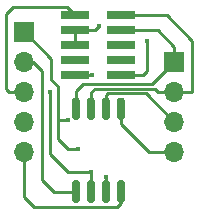
<source format=gbr>
%TF.GenerationSoftware,KiCad,Pcbnew,(5.1.7-0-10_14)*%
%TF.CreationDate,2020-11-09T13:54:58+00:00*%
%TF.ProjectId,STM32G031J6_Breakout,53544d33-3247-4303-9331-4a365f427265,rev?*%
%TF.SameCoordinates,Original*%
%TF.FileFunction,Copper,L1,Top*%
%TF.FilePolarity,Positive*%
%FSLAX46Y46*%
G04 Gerber Fmt 4.6, Leading zero omitted, Abs format (unit mm)*
G04 Created by KiCad (PCBNEW (5.1.7-0-10_14)) date 2020-11-09 13:54:58*
%MOMM*%
%LPD*%
G01*
G04 APERTURE LIST*
%TA.AperFunction,ComponentPad*%
%ADD10O,1.700000X1.700000*%
%TD*%
%TA.AperFunction,ComponentPad*%
%ADD11R,1.700000X1.700000*%
%TD*%
%TA.AperFunction,SMDPad,CuDef*%
%ADD12R,2.400000X0.740000*%
%TD*%
%TA.AperFunction,ViaPad*%
%ADD13C,0.450000*%
%TD*%
%TA.AperFunction,Conductor*%
%ADD14C,0.250000*%
%TD*%
%TA.AperFunction,Conductor*%
%ADD15C,0.127000*%
%TD*%
G04 APERTURE END LIST*
D10*
%TO.P,J4,4*%
%TO.N,/PA8*%
X142240000Y-101600000D03*
%TO.P,J4,3*%
%TO.N,/PA12*%
X142240000Y-99060000D03*
%TO.P,J4,2*%
%TO.N,/SWDIO*%
X142240000Y-96520000D03*
D11*
%TO.P,J4,1*%
%TO.N,/SWCLK*%
X142240000Y-93980000D03*
%TD*%
D10*
%TO.P,J1,5*%
%TO.N,/NRST*%
X129540000Y-101600000D03*
%TO.P,J1,4*%
%TO.N,GNDS*%
X129540000Y-99060000D03*
%TO.P,J1,3*%
%TO.N,+3V3*%
X129540000Y-96520000D03*
%TO.P,J1,2*%
%TO.N,/PB7*%
X129540000Y-93980000D03*
D11*
%TO.P,J1,1*%
%TO.N,/VIN*%
X129540000Y-91440000D03*
%TD*%
%TO.P,U2,8*%
%TO.N,/SWCLK*%
%TA.AperFunction,SMDPad,CuDef*%
G36*
G01*
X134071500Y-98923000D02*
X133771500Y-98923000D01*
G75*
G02*
X133621500Y-98773000I0J150000D01*
G01*
X133621500Y-97173000D01*
G75*
G02*
X133771500Y-97023000I150000J0D01*
G01*
X134071500Y-97023000D01*
G75*
G02*
X134221500Y-97173000I0J-150000D01*
G01*
X134221500Y-98773000D01*
G75*
G02*
X134071500Y-98923000I-150000J0D01*
G01*
G37*
%TD.AperFunction*%
%TO.P,U2,7*%
%TO.N,/SWDIO*%
%TA.AperFunction,SMDPad,CuDef*%
G36*
G01*
X135341500Y-98923000D02*
X135041500Y-98923000D01*
G75*
G02*
X134891500Y-98773000I0J150000D01*
G01*
X134891500Y-97173000D01*
G75*
G02*
X135041500Y-97023000I150000J0D01*
G01*
X135341500Y-97023000D01*
G75*
G02*
X135491500Y-97173000I0J-150000D01*
G01*
X135491500Y-98773000D01*
G75*
G02*
X135341500Y-98923000I-150000J0D01*
G01*
G37*
%TD.AperFunction*%
%TO.P,U2,6*%
%TO.N,/PA12*%
%TA.AperFunction,SMDPad,CuDef*%
G36*
G01*
X136611500Y-98923000D02*
X136311500Y-98923000D01*
G75*
G02*
X136161500Y-98773000I0J150000D01*
G01*
X136161500Y-97173000D01*
G75*
G02*
X136311500Y-97023000I150000J0D01*
G01*
X136611500Y-97023000D01*
G75*
G02*
X136761500Y-97173000I0J-150000D01*
G01*
X136761500Y-98773000D01*
G75*
G02*
X136611500Y-98923000I-150000J0D01*
G01*
G37*
%TD.AperFunction*%
%TO.P,U2,5*%
%TO.N,/PA8*%
%TA.AperFunction,SMDPad,CuDef*%
G36*
G01*
X137881500Y-98923000D02*
X137581500Y-98923000D01*
G75*
G02*
X137431500Y-98773000I0J150000D01*
G01*
X137431500Y-97173000D01*
G75*
G02*
X137581500Y-97023000I150000J0D01*
G01*
X137881500Y-97023000D01*
G75*
G02*
X138031500Y-97173000I0J-150000D01*
G01*
X138031500Y-98773000D01*
G75*
G02*
X137881500Y-98923000I-150000J0D01*
G01*
G37*
%TD.AperFunction*%
%TO.P,U2,4*%
%TO.N,/NRST*%
%TA.AperFunction,SMDPad,CuDef*%
G36*
G01*
X137881500Y-105923000D02*
X137581500Y-105923000D01*
G75*
G02*
X137431500Y-105773000I0J150000D01*
G01*
X137431500Y-104173000D01*
G75*
G02*
X137581500Y-104023000I150000J0D01*
G01*
X137881500Y-104023000D01*
G75*
G02*
X138031500Y-104173000I0J-150000D01*
G01*
X138031500Y-105773000D01*
G75*
G02*
X137881500Y-105923000I-150000J0D01*
G01*
G37*
%TD.AperFunction*%
%TO.P,U2,3*%
%TO.N,GNDS*%
%TA.AperFunction,SMDPad,CuDef*%
G36*
G01*
X136611500Y-105923000D02*
X136311500Y-105923000D01*
G75*
G02*
X136161500Y-105773000I0J150000D01*
G01*
X136161500Y-104173000D01*
G75*
G02*
X136311500Y-104023000I150000J0D01*
G01*
X136611500Y-104023000D01*
G75*
G02*
X136761500Y-104173000I0J-150000D01*
G01*
X136761500Y-105773000D01*
G75*
G02*
X136611500Y-105923000I-150000J0D01*
G01*
G37*
%TD.AperFunction*%
%TO.P,U2,2*%
%TO.N,+3V3*%
%TA.AperFunction,SMDPad,CuDef*%
G36*
G01*
X135341500Y-105923000D02*
X135041500Y-105923000D01*
G75*
G02*
X134891500Y-105773000I0J150000D01*
G01*
X134891500Y-104173000D01*
G75*
G02*
X135041500Y-104023000I150000J0D01*
G01*
X135341500Y-104023000D01*
G75*
G02*
X135491500Y-104173000I0J-150000D01*
G01*
X135491500Y-105773000D01*
G75*
G02*
X135341500Y-105923000I-150000J0D01*
G01*
G37*
%TD.AperFunction*%
%TO.P,U2,1*%
%TO.N,/PB7*%
%TA.AperFunction,SMDPad,CuDef*%
G36*
G01*
X134071500Y-105923000D02*
X133771500Y-105923000D01*
G75*
G02*
X133621500Y-105773000I0J150000D01*
G01*
X133621500Y-104173000D01*
G75*
G02*
X133771500Y-104023000I150000J0D01*
G01*
X134071500Y-104023000D01*
G75*
G02*
X134221500Y-104173000I0J-150000D01*
G01*
X134221500Y-105773000D01*
G75*
G02*
X134071500Y-105923000I-150000J0D01*
G01*
G37*
%TD.AperFunction*%
%TD*%
D12*
%TO.P,J3,10*%
%TO.N,/NRST*%
X137776500Y-95123000D03*
%TO.P,J3,9*%
%TO.N,GNDS*%
X133876500Y-95123000D03*
%TO.P,J3,8*%
%TO.N,Net-(J3-Pad8)*%
X137776500Y-93853000D03*
%TO.P,J3,7*%
%TO.N,Net-(J3-Pad7)*%
X133876500Y-93853000D03*
%TO.P,J3,6*%
%TO.N,Net-(J3-Pad6)*%
X137776500Y-92583000D03*
%TO.P,J3,5*%
%TO.N,GNDS*%
X133876500Y-92583000D03*
%TO.P,J3,4*%
%TO.N,/SWCLK*%
X137776500Y-91313000D03*
%TO.P,J3,3*%
%TO.N,GNDS*%
X133876500Y-91313000D03*
%TO.P,J3,2*%
%TO.N,/SWDIO*%
X137776500Y-90043000D03*
%TO.P,J3,1*%
%TO.N,+3V3*%
X133876500Y-90043000D03*
%TD*%
D13*
%TO.N,GNDS*%
X135255000Y-95123000D03*
X135890000Y-90932000D03*
X136461506Y-103759000D03*
%TO.N,+3V3*%
X135191500Y-103314500D03*
X131699000Y-96520000D03*
%TO.N,/NRST*%
X139954000Y-92202000D03*
%TO.N,/VIN*%
X134112000Y-101346000D03*
X133223000Y-98933000D03*
%TD*%
D14*
%TO.N,/NRST*%
X129540000Y-101600000D02*
X129540000Y-105410000D01*
X137731500Y-105923000D02*
X137731500Y-104973000D01*
X137406490Y-106248010D02*
X137731500Y-105923000D01*
X130378010Y-106248010D02*
X137406490Y-106248010D01*
X129540000Y-105410000D02*
X130378010Y-106248010D01*
%TO.N,GNDS*%
X133900001Y-95146501D02*
X133876500Y-95123000D01*
X133876500Y-91313000D02*
X133876500Y-92583000D01*
X133876500Y-95123000D02*
X135255000Y-95123000D01*
X133876500Y-91313000D02*
X135509000Y-91313000D01*
X135509000Y-91313000D02*
X135890000Y-90932000D01*
X136461500Y-104973000D02*
X136461500Y-103759006D01*
X136461500Y-103759006D02*
X136461506Y-103759000D01*
%TO.N,+3V3*%
X135191500Y-104973000D02*
X135191500Y-103314500D01*
X133143501Y-89310001D02*
X133876500Y-90043000D01*
X128016000Y-89916000D02*
X128621999Y-89310001D01*
X128016000Y-96266000D02*
X128016000Y-89916000D01*
X129413000Y-96520000D02*
X128270000Y-96520000D01*
X128621999Y-89310001D02*
X133143501Y-89310001D01*
X128270000Y-96520000D02*
X128016000Y-96266000D01*
X131699000Y-101790500D02*
X131699000Y-96520000D01*
X133223000Y-103314500D02*
X131699000Y-101790500D01*
X135191500Y-103314500D02*
X133223000Y-103314500D01*
%TO.N,/NRST*%
X137776500Y-95123000D02*
X139573000Y-95123000D01*
X139573000Y-95123000D02*
X139954000Y-94742000D01*
X139954000Y-94742000D02*
X139954000Y-92202000D01*
%TO.N,/PB7*%
X132024000Y-104973000D02*
X133921500Y-104973000D01*
X131064000Y-94742000D02*
X131064000Y-104013000D01*
X130302000Y-93980000D02*
X131064000Y-94742000D01*
X131064000Y-104013000D02*
X132024000Y-104973000D01*
X129540000Y-93980000D02*
X130302000Y-93980000D01*
%TO.N,/SWCLK*%
X137776500Y-91313000D02*
X140843000Y-91313000D01*
X142240000Y-92710000D02*
X142240000Y-93980000D01*
X140843000Y-91313000D02*
X142240000Y-92710000D01*
X140335000Y-95885000D02*
X142240000Y-93980000D01*
X134493000Y-95885000D02*
X140335000Y-95885000D01*
X133921500Y-96456500D02*
X134493000Y-95885000D01*
X133921500Y-97973000D02*
X133921500Y-96456500D01*
%TO.N,/SWDIO*%
X140589000Y-96266000D02*
X140843000Y-96520000D01*
X135191500Y-96583500D02*
X135509000Y-96266000D01*
X140843000Y-96520000D02*
X142240000Y-96520000D01*
X135509000Y-96266000D02*
X140589000Y-96266000D01*
X135191500Y-97973000D02*
X135191500Y-96583500D01*
X143764000Y-92202000D02*
X143764000Y-96520000D01*
X143764000Y-96520000D02*
X142240000Y-96520000D01*
X141605000Y-90043000D02*
X143764000Y-92202000D01*
X137776500Y-90043000D02*
X141605000Y-90043000D01*
%TO.N,/PA8*%
X140081000Y-101600000D02*
X142240000Y-101600000D01*
X137731500Y-99250500D02*
X140081000Y-101600000D01*
X137731500Y-97973000D02*
X137731500Y-99250500D01*
D15*
%TO.N,/PA12*%
X136461500Y-97973000D02*
X136461500Y-97853500D01*
D14*
X136652000Y-96647000D02*
X139827000Y-96647000D01*
X136461500Y-96837500D02*
X136652000Y-96647000D01*
X139827000Y-96647000D02*
X142240000Y-99060000D01*
X136461500Y-97973000D02*
X136461500Y-96837500D01*
%TO.N,/VIN*%
X133223000Y-101346000D02*
X134112000Y-101346000D01*
X132363001Y-100486001D02*
X133223000Y-101346000D01*
X132461000Y-98933000D02*
X132363001Y-99030999D01*
X133223000Y-98933000D02*
X132461000Y-98933000D01*
X132363001Y-99030999D02*
X132363001Y-100486001D01*
X132363001Y-96041001D02*
X132363001Y-99030999D01*
X131826000Y-95504000D02*
X132363001Y-96041001D01*
X131826000Y-93726000D02*
X131826000Y-95504000D01*
X129667000Y-91567000D02*
X131826000Y-93726000D01*
X129667000Y-91440000D02*
X129667000Y-91567000D01*
%TD*%
M02*

</source>
